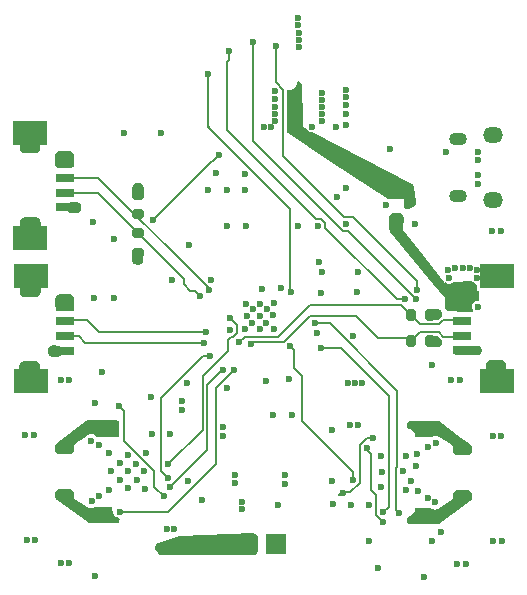
<source format=gbr>
%TF.GenerationSoftware,KiCad,Pcbnew,8.0.2*%
%TF.CreationDate,2024-08-07T22:56:44+12:00*%
%TF.ProjectId,FYP_P2_2,4659505f-5032-45f3-922e-6b696361645f,rev?*%
%TF.SameCoordinates,Original*%
%TF.FileFunction,Copper,L4,Bot*%
%TF.FilePolarity,Positive*%
%FSLAX46Y46*%
G04 Gerber Fmt 4.6, Leading zero omitted, Abs format (unit mm)*
G04 Created by KiCad (PCBNEW 8.0.2) date 2024-08-07 22:56:44*
%MOMM*%
%LPD*%
G01*
G04 APERTURE LIST*
G04 Aperture macros list*
%AMRoundRect*
0 Rectangle with rounded corners*
0 $1 Rounding radius*
0 $2 $3 $4 $5 $6 $7 $8 $9 X,Y pos of 4 corners*
0 Add a 4 corners polygon primitive as box body*
4,1,4,$2,$3,$4,$5,$6,$7,$8,$9,$2,$3,0*
0 Add four circle primitives for the rounded corners*
1,1,$1+$1,$2,$3*
1,1,$1+$1,$4,$5*
1,1,$1+$1,$6,$7*
1,1,$1+$1,$8,$9*
0 Add four rect primitives between the rounded corners*
20,1,$1+$1,$2,$3,$4,$5,0*
20,1,$1+$1,$4,$5,$6,$7,0*
20,1,$1+$1,$6,$7,$8,$9,0*
20,1,$1+$1,$8,$9,$2,$3,0*%
G04 Aperture macros list end*
%TA.AperFunction,ComponentPad*%
%ADD10O,1.700000X1.350000*%
%TD*%
%TA.AperFunction,ComponentPad*%
%ADD11O,1.500000X1.100000*%
%TD*%
%TA.AperFunction,SMDPad,CuDef*%
%ADD12RoundRect,0.200000X-0.275000X0.200000X-0.275000X-0.200000X0.275000X-0.200000X0.275000X0.200000X0*%
%TD*%
%TA.AperFunction,SMDPad,CuDef*%
%ADD13R,1.600000X0.800000*%
%TD*%
%TA.AperFunction,SMDPad,CuDef*%
%ADD14R,3.000000X2.100000*%
%TD*%
%TA.AperFunction,SMDPad,CuDef*%
%ADD15RoundRect,0.200000X-0.200000X-0.275000X0.200000X-0.275000X0.200000X0.275000X-0.200000X0.275000X0*%
%TD*%
%TA.AperFunction,ComponentPad*%
%ADD16R,1.700000X1.700000*%
%TD*%
%TA.AperFunction,ComponentPad*%
%ADD17O,1.700000X1.700000*%
%TD*%
%TA.AperFunction,SMDPad,CuDef*%
%ADD18RoundRect,0.200000X0.275000X-0.200000X0.275000X0.200000X-0.275000X0.200000X-0.275000X-0.200000X0*%
%TD*%
%TA.AperFunction,ViaPad*%
%ADD19C,0.600000*%
%TD*%
%TA.AperFunction,Conductor*%
%ADD20C,0.200000*%
%TD*%
G04 APERTURE END LIST*
D10*
%TO.P,J12,6,Shield*%
%TO.N,GND*%
X139180000Y-84475000D03*
D11*
X136180000Y-84165000D03*
X136180000Y-79325000D03*
D10*
X139180000Y-79015000D03*
%TD*%
D12*
%TO.P,R2,1*%
%TO.N,SCL_PI*%
X109067944Y-87313276D03*
%TO.P,R2,2*%
%TO.N,+3V3*%
X109067944Y-88963276D03*
%TD*%
D13*
%TO.P,J6,1,1*%
%TO.N,+5V*%
X136550000Y-93500000D03*
%TO.P,J6,2,2*%
%TO.N,ENCODER_1A*%
X136550000Y-94750000D03*
%TO.P,J6,3,3*%
%TO.N,ENCODER_1B*%
X136550000Y-96000000D03*
%TO.P,J6,4,4*%
%TO.N,GND*%
X136550000Y-97250000D03*
D14*
%TO.P,J6,S1,SHIELD*%
X139450000Y-90950000D03*
%TO.P,J6,S2,SHIELD__1*%
X139450000Y-99800000D03*
%TD*%
D15*
%TO.P,R7,1*%
%TO.N,ENCODER_1B*%
X132160000Y-96475000D03*
%TO.P,R7,2*%
%TO.N,+3V3*%
X133810000Y-96475000D03*
%TD*%
D13*
%TO.P,J3,1,1*%
%TO.N,+3V3*%
X102860000Y-85150000D03*
%TO.P,J3,2,2*%
%TO.N,SCL_PI*%
X102860000Y-83900000D03*
%TO.P,J3,3,3*%
%TO.N,SDA_PI*%
X102860000Y-82650000D03*
%TO.P,J3,4,4*%
%TO.N,GND*%
X102860000Y-81400000D03*
D14*
%TO.P,J3,S1,SHIELD*%
X99960000Y-87700000D03*
%TO.P,J3,S2,SHIELD__1*%
X99960000Y-78850000D03*
%TD*%
D15*
%TO.P,R6,1*%
%TO.N,ENCODER_1A*%
X132155000Y-94225000D03*
%TO.P,R6,2*%
%TO.N,+3V3*%
X133805000Y-94225000D03*
%TD*%
D16*
%TO.P,J8,1,Pin_1*%
%TO.N,GND*%
X120740000Y-113650000D03*
D17*
%TO.P,J8,2,Pin_2*%
%TO.N,+12V*%
X118200000Y-113650000D03*
%TD*%
D13*
%TO.P,J4,1,1*%
%TO.N,+3V3*%
X102880000Y-97290000D03*
%TO.P,J4,2,2*%
%TO.N,RX1*%
X102880000Y-96040000D03*
%TO.P,J4,3,3*%
%TO.N,TX1*%
X102880000Y-94790000D03*
%TO.P,J4,4,4*%
%TO.N,GND*%
X102880000Y-93540000D03*
D14*
%TO.P,J4,S1,SHIELD*%
X99980000Y-99840000D03*
%TO.P,J4,S2,SHIELD__1*%
X99980000Y-90990000D03*
%TD*%
D18*
%TO.P,R4,1*%
%TO.N,SDA_PI*%
X109082056Y-85726724D03*
%TO.P,R4,2*%
%TO.N,+3V3*%
X109082056Y-84076724D03*
%TD*%
D19*
%TO.N,+3V3*%
X109057944Y-89683276D03*
X105325000Y-92775000D03*
X124375000Y-89750000D03*
X117300000Y-108500000D03*
X126725000Y-83475000D03*
X134510000Y-96500000D03*
X103970000Y-85170000D03*
X124700000Y-76025000D03*
X124250000Y-95750000D03*
X128650000Y-110300000D03*
X125950000Y-84250000D03*
X117300000Y-107825000D03*
X105300000Y-86350000D03*
X124675000Y-77850000D03*
X123850000Y-78300000D03*
X134510000Y-94225000D03*
X124700000Y-75425000D03*
X101775000Y-97325000D03*
X109092056Y-83366724D03*
X124675000Y-76625000D03*
X116600000Y-86700000D03*
X124675000Y-77225000D03*
X137850000Y-93550000D03*
X110275000Y-104325000D03*
X107925000Y-78850000D03*
X124575025Y-92371855D03*
X115275000Y-91275000D03*
X124665000Y-90625000D03*
X111825000Y-104325000D03*
X119900000Y-99825000D03*
X127100000Y-110300000D03*
X116850000Y-95525000D03*
X118218460Y-86697326D03*
X107050000Y-92775000D03*
%TO.N,GND*%
X137900000Y-80450000D03*
X120575000Y-95400000D03*
X115700000Y-82225000D03*
X111000000Y-78850000D03*
X116575000Y-100425000D03*
X113280000Y-108300000D03*
X135950000Y-90300000D03*
X109700000Y-108975000D03*
X102530000Y-99750000D03*
X137900000Y-83120000D03*
X118150000Y-82300000D03*
X120550000Y-94275000D03*
X127750000Y-103600000D03*
X131750000Y-109050000D03*
X120675000Y-75950000D03*
X132725000Y-106000000D03*
X100320000Y-80200000D03*
X135165000Y-80450000D03*
X135425000Y-91100000D03*
X127710000Y-90590000D03*
X120975000Y-110325000D03*
X119375000Y-93300000D03*
X119950000Y-94925000D03*
X118775000Y-94950000D03*
X137875000Y-97250000D03*
X131800000Y-106175000D03*
X125520000Y-104025000D03*
X129700000Y-107575000D03*
X139800000Y-87100000D03*
X118175000Y-95450000D03*
X132650000Y-107050000D03*
X103175000Y-80700000D03*
X126725000Y-86550000D03*
X122675000Y-71600000D03*
X131525000Y-107475000D03*
X139080000Y-87100000D03*
X108225000Y-107500000D03*
X119400000Y-95475000D03*
X120700000Y-77225000D03*
X137800000Y-90475000D03*
X120700000Y-77825000D03*
X99530000Y-98500000D03*
X108900000Y-106850000D03*
X139175000Y-113375000D03*
X108225000Y-108900000D03*
X135350000Y-90475000D03*
X130450000Y-80200000D03*
X136130000Y-115350000D03*
X99600000Y-80200000D03*
X100250000Y-98500000D03*
X139100000Y-104525000D03*
X109775000Y-105925000D03*
X100300000Y-86350000D03*
X106625000Y-109100000D03*
X135600000Y-99750000D03*
X99550000Y-104400000D03*
X122675000Y-71000000D03*
X125825000Y-78325000D03*
X118800000Y-93775000D03*
X132825000Y-109175000D03*
X120650000Y-75300000D03*
X116590000Y-83640000D03*
X125560000Y-110290000D03*
X128680000Y-113370000D03*
X119400000Y-94300000D03*
X106625000Y-105900000D03*
X112780000Y-101560000D03*
X120543094Y-102730692D03*
X107525000Y-108200000D03*
X102530000Y-115250000D03*
X108975000Y-108200000D03*
X112780000Y-102280000D03*
X133980000Y-98480000D03*
X121525000Y-108525000D03*
X108225000Y-106100000D03*
X100370000Y-113275000D03*
X105440000Y-116380000D03*
X105410000Y-101690000D03*
X126650000Y-75800000D03*
X139820000Y-104525000D03*
X136320000Y-99750000D03*
X126660000Y-75190000D03*
X121525000Y-107805000D03*
X99580000Y-86350000D03*
X112150000Y-112390000D03*
X111540000Y-112390000D03*
X125525000Y-108275000D03*
X139005000Y-98450000D03*
X126650000Y-77250000D03*
X137900000Y-82400000D03*
X113241629Y-99997997D03*
X137900000Y-81170000D03*
X124340000Y-86690000D03*
X127300000Y-96030000D03*
X132550000Y-86550000D03*
X127630000Y-92330000D03*
X122650000Y-69725000D03*
X120600000Y-93250000D03*
X139895000Y-113375000D03*
X103200000Y-92825000D03*
X99650000Y-113275000D03*
X119975000Y-93750000D03*
X100270000Y-104400000D03*
X116280000Y-103770000D03*
X122625000Y-69075000D03*
X122590000Y-86680000D03*
X122150000Y-102730692D03*
X129410000Y-115650000D03*
X103250000Y-99750000D03*
X100345000Y-92350000D03*
X130100000Y-84975000D03*
X118300000Y-94325000D03*
X102455000Y-80700000D03*
X106039230Y-99105478D03*
X102480000Y-92825000D03*
X120700000Y-76625000D03*
X122675000Y-70400000D03*
X129650000Y-106175000D03*
X112000000Y-91294841D03*
X109625000Y-107500000D03*
X114470000Y-109940000D03*
X99625000Y-92350000D03*
X136850000Y-115350000D03*
X139725000Y-98450000D03*
X106825000Y-107500000D03*
X107525000Y-106800000D03*
X132200000Y-108300000D03*
X134770000Y-112620000D03*
X103250000Y-115250000D03*
X133280000Y-116460000D03*
X110210000Y-101230000D03*
X127030000Y-103600000D03*
X136575000Y-90300000D03*
X118180000Y-83640000D03*
X119750000Y-78325000D03*
X137800000Y-91100000D03*
X126650000Y-76500000D03*
X114980000Y-83640000D03*
X134000000Y-113370000D03*
X129675000Y-108850000D03*
X113380000Y-88350000D03*
X116280000Y-104490000D03*
X120350000Y-78350000D03*
X126650000Y-78125000D03*
X137200000Y-90275000D03*
X118200000Y-93300000D03*
%TO.N,+1V1*%
X121150000Y-91975000D03*
X119589292Y-92030000D03*
X121900000Y-99675000D03*
%TO.N,+5V*%
X136175000Y-92250000D03*
X122650000Y-76275000D03*
X122650000Y-75575000D03*
X131725000Y-84150000D03*
X131175000Y-83450000D03*
X122650000Y-76975000D03*
X130650000Y-86475000D03*
X122650000Y-77650000D03*
X137650000Y-92625000D03*
X130550000Y-83450000D03*
X135425000Y-91950000D03*
X136875003Y-92250000D03*
X131275000Y-86475000D03*
X135400000Y-92600000D03*
X131853952Y-84800000D03*
%TO.N,+12V*%
X105800000Y-105300000D03*
X105125000Y-104950000D03*
X117900000Y-110650000D03*
X128040000Y-100010000D03*
X133605000Y-109720000D03*
X126840000Y-100010000D03*
X111160000Y-114280000D03*
X105800000Y-109600000D03*
X105150000Y-110000000D03*
X133605000Y-105420000D03*
X134255000Y-110120000D03*
X117900000Y-110050000D03*
X127440000Y-100010000D03*
X112360000Y-114280000D03*
X111760000Y-114280000D03*
X134280000Y-105070000D03*
%TO.N,Motor1B2*%
X132860000Y-104190000D03*
X136880000Y-105710000D03*
X136270000Y-105710000D03*
X132860000Y-103530000D03*
X132250000Y-103530000D03*
%TO.N,INDEX1*%
X127250000Y-108190000D03*
X121938571Y-96902253D03*
%TO.N,Motor1A1*%
X136250000Y-109480000D03*
X132820000Y-111660000D03*
X132210000Y-111660000D03*
X136860000Y-109480000D03*
X132820000Y-110950000D03*
%TO.N,DIR1*%
X124080625Y-94950000D03*
X131150741Y-111008053D03*
%TO.N,/FYP_P2_2_TMC2209/SPREAD *%
X128975000Y-104700000D03*
X126400000Y-109350000D03*
%TO.N,STEP1*%
X129858044Y-110939989D03*
X124550000Y-97083640D03*
%TO.N,MS2B*%
X111622824Y-108057680D03*
X115211918Y-97766223D03*
%TO.N,Motor2A1*%
X102525000Y-105650000D03*
X106625000Y-103450000D03*
X107250000Y-103450000D03*
X103350000Y-105625000D03*
X106625000Y-104075000D03*
%TO.N,MS2A*%
X116300000Y-98900000D03*
X111811686Y-108835070D03*
%TO.N,INDEX2*%
X116906994Y-94521481D03*
X111650000Y-106857680D03*
%TO.N,EN2*%
X107588515Y-110900672D03*
X117240000Y-98920000D03*
%TO.N,Motor2B2*%
X107200000Y-111600000D03*
X106600000Y-111525000D03*
X106600000Y-110900000D03*
X103225000Y-109375000D03*
X102525000Y-109375000D03*
%TO.N,BATT_SENSE_HV*%
X118849998Y-71160000D03*
X132600000Y-92900000D03*
%TO.N,12V_ENABLE*%
X122048446Y-92331693D03*
X115000000Y-73850000D03*
%TO.N,BATT_SENSE_LV*%
X132703472Y-92106717D03*
X120770000Y-71500000D03*
%TO.N,5V_EN*%
X116800000Y-71890000D03*
X131700000Y-92925000D03*
%TO.N,TX1*%
X114850000Y-95730000D03*
%TO.N,RX1*%
X114697555Y-96620000D03*
%TO.N,SCL_PI*%
X114325000Y-92650000D03*
%TO.N,SDA_PI*%
X115067774Y-92120555D03*
%TO.N,ENCODER_1A*%
X117598811Y-96575915D03*
%TO.N,ENCODER_1B*%
X118625000Y-96700000D03*
%TO.N,/~{USB_BOOT}*%
X115925000Y-80675000D03*
X107041050Y-87815000D03*
X110350000Y-86200000D03*
%TO.N,5VOUT_1*%
X128450000Y-105550000D03*
X129809047Y-111738489D03*
%TO.N,5VOUT_2*%
X111250000Y-109610000D03*
X107478530Y-101981471D03*
%TD*%
D20*
%TO.N,INDEX1*%
X121938571Y-96902253D02*
X122250000Y-97213682D01*
X127250000Y-107550000D02*
X127250000Y-108190000D01*
X122970000Y-103270000D02*
X127250000Y-107550000D01*
X122970000Y-99430000D02*
X122970000Y-103270000D01*
X122250000Y-97213682D02*
X122250000Y-98710000D01*
X122250000Y-98710000D02*
X122970000Y-99430000D01*
%TO.N,DIR1*%
X131000000Y-100650000D02*
X125300000Y-94950000D01*
X131150741Y-111008053D02*
X130925000Y-110782312D01*
X131000000Y-107151471D02*
X131000000Y-100650000D01*
X130925000Y-107226471D02*
X131000000Y-107151471D01*
X130925000Y-110782312D02*
X130925000Y-107226471D01*
X125300000Y-94950000D02*
X124080625Y-94950000D01*
%TO.N,/FYP_P2_2_TMC2209/SPREAD *%
X128451471Y-104700000D02*
X128975000Y-104700000D01*
X126525000Y-109225000D02*
X127063529Y-109225000D01*
X127063529Y-109225000D02*
X127850000Y-108438529D01*
X127850000Y-108438529D02*
X127850000Y-105301471D01*
X126100000Y-109475000D02*
X126225000Y-109350000D01*
X126400000Y-109350000D02*
X126525000Y-109225000D01*
X127850000Y-105301471D02*
X128451471Y-104700000D01*
X126225000Y-109350000D02*
X126400000Y-109350000D01*
%TO.N,STEP1*%
X130300000Y-110498033D02*
X130300000Y-101150000D01*
X126233640Y-97083640D02*
X124550000Y-97083640D01*
X130300000Y-101150000D02*
X126233640Y-97083640D01*
X129858044Y-110939989D02*
X130300000Y-110498033D01*
%TO.N,MS2B*%
X115211918Y-97766223D02*
X114583777Y-97766223D01*
X114583777Y-97766223D02*
X111050000Y-101300000D01*
X111050000Y-101300000D02*
X111050000Y-107484856D01*
X111050000Y-107484856D02*
X111622824Y-108057680D01*
%TO.N,MS2A*%
X116300000Y-98900000D02*
X116225000Y-98900000D01*
X114950000Y-100175000D02*
X114950000Y-105700000D01*
X116225000Y-98900000D02*
X114950000Y-100175000D01*
X111814930Y-108835070D02*
X111811686Y-108835070D01*
X114950000Y-105700000D02*
X111814930Y-108835070D01*
%TO.N,INDEX2*%
X116975000Y-96125000D02*
X116718291Y-96381709D01*
X117450000Y-95773529D02*
X117098529Y-96125000D01*
X116718291Y-96381709D02*
X116718291Y-97280003D01*
X114550000Y-103957680D02*
X111650000Y-106857680D01*
X116718291Y-97280003D02*
X114550000Y-99448294D01*
X117098529Y-96125000D02*
X116975000Y-96125000D01*
X117450000Y-95064487D02*
X117450000Y-95773529D01*
X116906994Y-94521481D02*
X117450000Y-95064487D01*
X114550000Y-99448294D02*
X114550000Y-103957680D01*
%TO.N,EN2*%
X115680000Y-106845000D02*
X115680000Y-100420000D01*
X117180000Y-98920000D02*
X117240000Y-98920000D01*
X111624328Y-110900672D02*
X115680000Y-106845000D01*
X115680000Y-100420000D02*
X117180000Y-98920000D01*
X107588515Y-110900672D02*
X111624328Y-110900672D01*
%TO.N,BATT_SENSE_HV*%
X118849998Y-71160000D02*
X118790000Y-71219998D01*
X118790000Y-71219998D02*
X118790000Y-74080000D01*
X118790000Y-74080000D02*
X118860000Y-74150000D01*
X118860000Y-79533529D02*
X126476471Y-87150000D01*
X118860000Y-74150000D02*
X118860000Y-79533529D01*
X126476471Y-87150000D02*
X126850000Y-87150000D01*
X126850000Y-87150000D02*
X132600000Y-92900000D01*
%TO.N,12V_ENABLE*%
X115000000Y-78300000D02*
X115215000Y-78515000D01*
X122048446Y-92331693D02*
X121990000Y-92273247D01*
X115215000Y-78515000D02*
X114975000Y-78275000D01*
X121990000Y-92273247D02*
X121990000Y-85290000D01*
X115000000Y-73850000D02*
X115000000Y-78300000D01*
X122048446Y-92331693D02*
X121900000Y-92183247D01*
X121990000Y-85290000D02*
X115215000Y-78515000D01*
%TO.N,BATT_SENSE_LV*%
X132703472Y-92106717D02*
X132703472Y-91354943D01*
X120770000Y-74551371D02*
X120770000Y-71500000D01*
X121400000Y-75181371D02*
X120770000Y-74551371D01*
X127298529Y-85950000D02*
X126526471Y-85950000D01*
X132703472Y-91354943D02*
X127298529Y-85950000D01*
X121400000Y-80823529D02*
X121400000Y-75181371D01*
X126526471Y-85950000D02*
X121400000Y-80823529D01*
%TO.N,5V_EN*%
X116650000Y-72831371D02*
X116800000Y-72681371D01*
X124940000Y-86441471D02*
X124588529Y-86090000D01*
X116800000Y-72681371D02*
X116800000Y-71890000D01*
X130995000Y-92925000D02*
X124940000Y-86870000D01*
X131700000Y-92925000D02*
X130995000Y-92925000D01*
X124160000Y-86090000D02*
X116650000Y-78580000D01*
X116650000Y-78580000D02*
X116650000Y-72831371D01*
X124588529Y-86090000D02*
X124160000Y-86090000D01*
X124940000Y-86870000D02*
X124940000Y-86441471D01*
%TO.N,TX1*%
X102970000Y-94690000D02*
X102850000Y-94570000D01*
X105800000Y-95730000D02*
X104760000Y-94690000D01*
X114850000Y-95730000D02*
X105800000Y-95730000D01*
X104760000Y-94690000D02*
X102970000Y-94690000D01*
%TO.N,RX1*%
X104050000Y-96040000D02*
X103070000Y-96040000D01*
X103070000Y-96040000D02*
X102850000Y-95820000D01*
X104600000Y-96590000D02*
X104050000Y-96040000D01*
X114697555Y-96620000D02*
X114667555Y-96590000D01*
X114667555Y-96590000D02*
X104600000Y-96590000D01*
%TO.N,SCL_PI*%
X112947249Y-91649868D02*
X112947249Y-91192581D01*
X114325000Y-92650000D02*
X113900000Y-92225000D01*
X105660000Y-83900000D02*
X105510000Y-83900000D01*
X113522381Y-92225000D02*
X112947249Y-91649868D01*
X112947249Y-91192581D02*
X109067944Y-87313276D01*
X109067944Y-87313276D02*
X105654668Y-83900000D01*
X105654668Y-83900000D02*
X105510000Y-83900000D01*
X105510000Y-83900000D02*
X102860000Y-83900000D01*
X113900000Y-92225000D02*
X113522381Y-92225000D01*
%TO.N,SDA_PI*%
X115067774Y-92120555D02*
X115067774Y-91992774D01*
X105725000Y-82650000D02*
X102860000Y-82650000D01*
X115067774Y-91992774D02*
X105725000Y-82650000D01*
%TO.N,ENCODER_1A*%
X123650000Y-93400000D02*
X131330000Y-93400000D01*
X136475000Y-94675000D02*
X136550000Y-94750000D01*
X132930000Y-95000000D02*
X134583529Y-95000000D01*
X131330000Y-93400000D02*
X132155000Y-94225000D01*
X120975000Y-96075000D02*
X123650000Y-93400000D01*
X132155000Y-94225000D02*
X132930000Y-95000000D01*
X134583529Y-95000000D02*
X134908529Y-94675000D01*
X134908529Y-94675000D02*
X136475000Y-94675000D01*
X118099726Y-96075000D02*
X120975000Y-96075000D01*
X117598811Y-96575915D02*
X118099726Y-96075000D01*
%TO.N,ENCODER_1B*%
X132935000Y-95700000D02*
X134558529Y-95700000D01*
X134933529Y-96075000D02*
X136475000Y-96075000D01*
X132160000Y-96475000D02*
X132935000Y-95700000D01*
X127525000Y-94350000D02*
X129400000Y-96225000D01*
X129400000Y-96225000D02*
X131910000Y-96225000D01*
X131910000Y-96225000D02*
X132160000Y-96475000D01*
X136475000Y-96075000D02*
X136550000Y-96000000D01*
X118800000Y-96525000D02*
X121467295Y-96525000D01*
X118625000Y-96700000D02*
X118800000Y-96525000D01*
X123642295Y-94350000D02*
X127525000Y-94350000D01*
X134558529Y-95700000D02*
X134933529Y-96075000D01*
X121467295Y-96525000D02*
X123642295Y-94350000D01*
%TO.N,/~{USB_BOOT}*%
X115375000Y-81175000D02*
X110350000Y-86200000D01*
X115425000Y-81175000D02*
X115375000Y-81175000D01*
X115925000Y-80675000D02*
X115425000Y-81175000D01*
%TO.N,5VOUT_1*%
X128850000Y-106048529D02*
X128450000Y-105648529D01*
X128450000Y-105648529D02*
X128450000Y-105550000D01*
X129809047Y-111738489D02*
X129808015Y-111738489D01*
X129250000Y-111180474D02*
X129250000Y-109473529D01*
X128850000Y-109073529D02*
X128850000Y-106048529D01*
X129250000Y-109473529D02*
X128850000Y-109073529D01*
X129808015Y-111738489D02*
X129250000Y-111180474D01*
%TO.N,5VOUT_2*%
X110425000Y-108785000D02*
X111250000Y-109610000D01*
X110425000Y-107437500D02*
X110425000Y-108785000D01*
X107875000Y-102377941D02*
X107875000Y-104887500D01*
X107875000Y-104887500D02*
X110425000Y-107437500D01*
X107478530Y-101981471D02*
X107875000Y-102377941D01*
%TD*%
%TA.AperFunction,Conductor*%
%TO.N,GND*%
G36*
X99928340Y-79087358D02*
G01*
X100413244Y-79091490D01*
X100427238Y-79092720D01*
X100530610Y-79110122D01*
X100557191Y-79119080D01*
X100643674Y-79164465D01*
X100666148Y-79181251D01*
X100734212Y-79251303D01*
X100750343Y-79274250D01*
X100793220Y-79362005D01*
X100801409Y-79388833D01*
X100815827Y-79492650D01*
X100816655Y-79506697D01*
X100803084Y-80176193D01*
X100801738Y-80189914D01*
X100783820Y-80291060D01*
X100774903Y-80317060D01*
X100730239Y-80401729D01*
X100713811Y-80423772D01*
X100645446Y-80490764D01*
X100623078Y-80506739D01*
X100537521Y-80549680D01*
X100511343Y-80558069D01*
X100430269Y-80570741D01*
X100409857Y-80573932D01*
X100396115Y-80575000D01*
X99479310Y-80575000D01*
X99465446Y-80573914D01*
X99363099Y-80557774D01*
X99336717Y-80549240D01*
X99250602Y-80505579D01*
X99228128Y-80489343D01*
X99159627Y-80421299D01*
X99143244Y-80398937D01*
X99099008Y-80313115D01*
X99090299Y-80286795D01*
X99073473Y-80184553D01*
X99072295Y-80170699D01*
X99067854Y-79506697D01*
X99067764Y-79493189D01*
X99068787Y-79479130D01*
X99084683Y-79375297D01*
X99093269Y-79348537D01*
X99137527Y-79261216D01*
X99154028Y-79238477D01*
X99223312Y-79169320D01*
X99246085Y-79152858D01*
X99333481Y-79108762D01*
X99360258Y-79100224D01*
X99464125Y-79084518D01*
X99478185Y-79083521D01*
X99928340Y-79087358D01*
G37*
%TD.AperFunction*%
%TD*%
%TA.AperFunction,Conductor*%
%TO.N,+12V*%
G36*
X118853071Y-112738970D02*
G01*
X118960795Y-112753480D01*
X118988588Y-112762018D01*
X119079221Y-112807171D01*
X119102787Y-112824223D01*
X119174014Y-112896184D01*
X119190824Y-112919924D01*
X119235045Y-113011012D01*
X119243302Y-113038905D01*
X119256705Y-113146751D01*
X119257310Y-113161322D01*
X119243526Y-113501336D01*
X119215787Y-114185564D01*
X119214204Y-114199045D01*
X119194770Y-114298363D01*
X119185588Y-114323835D01*
X119140482Y-114406656D01*
X119124064Y-114428189D01*
X119056139Y-114493615D01*
X119034004Y-114509215D01*
X118949553Y-114551182D01*
X118923752Y-114559404D01*
X118823778Y-114575102D01*
X118810241Y-114576179D01*
X111144944Y-114599379D01*
X111131352Y-114598376D01*
X111030933Y-114583172D01*
X111004997Y-114575048D01*
X110920054Y-114533297D01*
X110897778Y-114517724D01*
X110824396Y-114447498D01*
X110815300Y-114437348D01*
X110808278Y-114428189D01*
X110599326Y-114155643D01*
X110591625Y-114143740D01*
X110541598Y-114050960D01*
X110532302Y-114024248D01*
X110515171Y-113927555D01*
X110514726Y-113899285D01*
X110528800Y-113802094D01*
X110537246Y-113775113D01*
X110581108Y-113687243D01*
X110597593Y-113664276D01*
X110666803Y-113594612D01*
X110689671Y-113577971D01*
X110783671Y-113530280D01*
X110796783Y-113524893D01*
X112613451Y-112943110D01*
X112619383Y-112941436D01*
X112664619Y-112930366D01*
X112676859Y-112928263D01*
X112723198Y-112923605D01*
X112729375Y-112923202D01*
X118838519Y-112738216D01*
X118853071Y-112738970D01*
G37*
%TD.AperFunction*%
%TD*%
%TA.AperFunction,Conductor*%
%TO.N,GND*%
G36*
X100384553Y-98126086D02*
G01*
X100400691Y-98128630D01*
X100486902Y-98142226D01*
X100513282Y-98150759D01*
X100599397Y-98194420D01*
X100621870Y-98210655D01*
X100690371Y-98278699D01*
X100706755Y-98301062D01*
X100750991Y-98386884D01*
X100759701Y-98413208D01*
X100776525Y-98515443D01*
X100777704Y-98529300D01*
X100782235Y-99206806D01*
X100781212Y-99220869D01*
X100765316Y-99324702D01*
X100756726Y-99351470D01*
X100712476Y-99438775D01*
X100695967Y-99461527D01*
X100626692Y-99530675D01*
X100603908Y-99547144D01*
X100516522Y-99591235D01*
X100489737Y-99599776D01*
X100385874Y-99615481D01*
X100371813Y-99616477D01*
X99921659Y-99612641D01*
X99516790Y-99609191D01*
X99436765Y-99608509D01*
X99422749Y-99607277D01*
X99402085Y-99603798D01*
X99319390Y-99589877D01*
X99292808Y-99580919D01*
X99206325Y-99535534D01*
X99183850Y-99518747D01*
X99115786Y-99448695D01*
X99099656Y-99425749D01*
X99056779Y-99337994D01*
X99048590Y-99311166D01*
X99034171Y-99207336D01*
X99033344Y-99193314D01*
X99046916Y-98523794D01*
X99048259Y-98510099D01*
X99066180Y-98408935D01*
X99075096Y-98382939D01*
X99119761Y-98298267D01*
X99136181Y-98276236D01*
X99204558Y-98209230D01*
X99226921Y-98193260D01*
X99312478Y-98150319D01*
X99338655Y-98141930D01*
X99440141Y-98126067D01*
X99453885Y-98125000D01*
X100370690Y-98125000D01*
X100384553Y-98126086D01*
G37*
%TD.AperFunction*%
%TD*%
%TA.AperFunction,Conductor*%
%TO.N,GND*%
G36*
X100434553Y-85976086D02*
G01*
X100450691Y-85978630D01*
X100536902Y-85992226D01*
X100563282Y-86000759D01*
X100649397Y-86044420D01*
X100671870Y-86060655D01*
X100740371Y-86128699D01*
X100756755Y-86151062D01*
X100800991Y-86236884D01*
X100809701Y-86263208D01*
X100826525Y-86365443D01*
X100827704Y-86379300D01*
X100832235Y-87056806D01*
X100831212Y-87070869D01*
X100815316Y-87174702D01*
X100806726Y-87201470D01*
X100762476Y-87288775D01*
X100745967Y-87311527D01*
X100676692Y-87380675D01*
X100653908Y-87397144D01*
X100566522Y-87441235D01*
X100539737Y-87449776D01*
X100435874Y-87465481D01*
X100421813Y-87466477D01*
X99971659Y-87462641D01*
X99566790Y-87459191D01*
X99486765Y-87458509D01*
X99472749Y-87457277D01*
X99452085Y-87453798D01*
X99369390Y-87439877D01*
X99342808Y-87430919D01*
X99256325Y-87385534D01*
X99233850Y-87368747D01*
X99165786Y-87298695D01*
X99149656Y-87275749D01*
X99106779Y-87187994D01*
X99098590Y-87161166D01*
X99084171Y-87057336D01*
X99083344Y-87043314D01*
X99096916Y-86373794D01*
X99098259Y-86360099D01*
X99116180Y-86258935D01*
X99125096Y-86232939D01*
X99169761Y-86148267D01*
X99186181Y-86126236D01*
X99254558Y-86059230D01*
X99276921Y-86043260D01*
X99362478Y-86000319D01*
X99388655Y-85991930D01*
X99490141Y-85976067D01*
X99503885Y-85975000D01*
X100420690Y-85975000D01*
X100434553Y-85976086D01*
G37*
%TD.AperFunction*%
%TD*%
%TA.AperFunction,Conductor*%
%TO.N,GND*%
G36*
X103256920Y-80351096D02*
G01*
X103359689Y-80367372D01*
X103386161Y-80375973D01*
X103472554Y-80419993D01*
X103495078Y-80436357D01*
X103563642Y-80504921D01*
X103580006Y-80527446D01*
X103624024Y-80613834D01*
X103632628Y-80640315D01*
X103648904Y-80743079D01*
X103650000Y-80757001D01*
X103650000Y-81394255D01*
X103648909Y-81408150D01*
X103632696Y-81510723D01*
X103624124Y-81537160D01*
X103580275Y-81623416D01*
X103563969Y-81645918D01*
X103495652Y-81714449D01*
X103473199Y-81730826D01*
X103387076Y-81774945D01*
X103360668Y-81783599D01*
X103258152Y-81800132D01*
X103244260Y-81801267D01*
X102465293Y-81803701D01*
X102451191Y-81802621D01*
X102347096Y-81786251D01*
X102320288Y-81777512D01*
X102232927Y-81732673D01*
X102210198Y-81715985D01*
X102208683Y-81714449D01*
X102141256Y-81646066D01*
X102124888Y-81623102D01*
X102082291Y-81537160D01*
X102081282Y-81535124D01*
X102072922Y-81508199D01*
X102058015Y-81403869D01*
X102057134Y-81389771D01*
X102068126Y-80750043D01*
X102069431Y-80736318D01*
X102087106Y-80634900D01*
X102095974Y-80608834D01*
X102140543Y-80523906D01*
X102156960Y-80501792D01*
X102223529Y-80436357D01*
X102225363Y-80434554D01*
X102247752Y-80418521D01*
X102333440Y-80375416D01*
X102359655Y-80366998D01*
X102439714Y-80354459D01*
X102461343Y-80351072D01*
X102475114Y-80350000D01*
X103242998Y-80350000D01*
X103256920Y-80351096D01*
G37*
%TD.AperFunction*%
%TD*%
%TA.AperFunction,Conductor*%
%TO.N,GND*%
G36*
X103281920Y-92476096D02*
G01*
X103384689Y-92492372D01*
X103411161Y-92500973D01*
X103497554Y-92544993D01*
X103520078Y-92561357D01*
X103588642Y-92629921D01*
X103605006Y-92652446D01*
X103649024Y-92738834D01*
X103657628Y-92765315D01*
X103673904Y-92868079D01*
X103675000Y-92882001D01*
X103675000Y-93519255D01*
X103673909Y-93533150D01*
X103657696Y-93635723D01*
X103649124Y-93662160D01*
X103605275Y-93748416D01*
X103588969Y-93770918D01*
X103520652Y-93839449D01*
X103498199Y-93855826D01*
X103412076Y-93899945D01*
X103385668Y-93908599D01*
X103283152Y-93925132D01*
X103269260Y-93926267D01*
X102490293Y-93928701D01*
X102476191Y-93927621D01*
X102372096Y-93911251D01*
X102345288Y-93902512D01*
X102257927Y-93857673D01*
X102235198Y-93840985D01*
X102233683Y-93839449D01*
X102166256Y-93771066D01*
X102149888Y-93748102D01*
X102107291Y-93662160D01*
X102106282Y-93660124D01*
X102097922Y-93633199D01*
X102083015Y-93528869D01*
X102082134Y-93514771D01*
X102093126Y-92875043D01*
X102094431Y-92861318D01*
X102112106Y-92759900D01*
X102120974Y-92733834D01*
X102165543Y-92648906D01*
X102181960Y-92626792D01*
X102248529Y-92561357D01*
X102250363Y-92559554D01*
X102272752Y-92543521D01*
X102358440Y-92500416D01*
X102384655Y-92491998D01*
X102464714Y-92479459D01*
X102486343Y-92476072D01*
X102500114Y-92475000D01*
X103267998Y-92475000D01*
X103281920Y-92476096D01*
G37*
%TD.AperFunction*%
%TD*%
%TA.AperFunction,Conductor*%
%TO.N,GND*%
G36*
X99953340Y-91237358D02*
G01*
X100438244Y-91241490D01*
X100452238Y-91242720D01*
X100555610Y-91260122D01*
X100582191Y-91269080D01*
X100668674Y-91314465D01*
X100691148Y-91331251D01*
X100759212Y-91401303D01*
X100775343Y-91424250D01*
X100818220Y-91512005D01*
X100826409Y-91538833D01*
X100840827Y-91642650D01*
X100841655Y-91656697D01*
X100828084Y-92326193D01*
X100826738Y-92339914D01*
X100808820Y-92441060D01*
X100799903Y-92467060D01*
X100755239Y-92551729D01*
X100738811Y-92573772D01*
X100670446Y-92640764D01*
X100648078Y-92656739D01*
X100562521Y-92699680D01*
X100536343Y-92708069D01*
X100455269Y-92720741D01*
X100434857Y-92723932D01*
X100421115Y-92725000D01*
X99504310Y-92725000D01*
X99490446Y-92723914D01*
X99388099Y-92707774D01*
X99361717Y-92699240D01*
X99275602Y-92655579D01*
X99253128Y-92639343D01*
X99184627Y-92571299D01*
X99168244Y-92548937D01*
X99124008Y-92463115D01*
X99115299Y-92436795D01*
X99098473Y-92334553D01*
X99097295Y-92320699D01*
X99092854Y-91656697D01*
X99092764Y-91643189D01*
X99093787Y-91629130D01*
X99109683Y-91525297D01*
X99118269Y-91498537D01*
X99162527Y-91411216D01*
X99179028Y-91388477D01*
X99248312Y-91319320D01*
X99271085Y-91302858D01*
X99358481Y-91258762D01*
X99385258Y-91250224D01*
X99489125Y-91234518D01*
X99503185Y-91233521D01*
X99953340Y-91237358D01*
G37*
%TD.AperFunction*%
%TD*%
%TA.AperFunction,Conductor*%
%TO.N,GND*%
G36*
X139859553Y-98076086D02*
G01*
X139875691Y-98078630D01*
X139961902Y-98092226D01*
X139988282Y-98100759D01*
X140074397Y-98144420D01*
X140096870Y-98160655D01*
X140165371Y-98228699D01*
X140181755Y-98251062D01*
X140225991Y-98336884D01*
X140234701Y-98363208D01*
X140251525Y-98465443D01*
X140252704Y-98479300D01*
X140257235Y-99156806D01*
X140256212Y-99170869D01*
X140240316Y-99274702D01*
X140231726Y-99301470D01*
X140187476Y-99388775D01*
X140170967Y-99411527D01*
X140101692Y-99480675D01*
X140078908Y-99497144D01*
X139991522Y-99541235D01*
X139964737Y-99549776D01*
X139860874Y-99565481D01*
X139846813Y-99566477D01*
X139396659Y-99562641D01*
X138991790Y-99559191D01*
X138911765Y-99558509D01*
X138897749Y-99557277D01*
X138877085Y-99553798D01*
X138794390Y-99539877D01*
X138767808Y-99530919D01*
X138681325Y-99485534D01*
X138658850Y-99468747D01*
X138590786Y-99398695D01*
X138574656Y-99375749D01*
X138531779Y-99287994D01*
X138523590Y-99261166D01*
X138509171Y-99157336D01*
X138508344Y-99143314D01*
X138521916Y-98473794D01*
X138523259Y-98460099D01*
X138541180Y-98358935D01*
X138550096Y-98332939D01*
X138594761Y-98248267D01*
X138611181Y-98226236D01*
X138679558Y-98159230D01*
X138701921Y-98143260D01*
X138787478Y-98100319D01*
X138813655Y-98091930D01*
X138915141Y-98076067D01*
X138928885Y-98075000D01*
X139845690Y-98075000D01*
X139859553Y-98076086D01*
G37*
%TD.AperFunction*%
%TD*%
%TA.AperFunction,Conductor*%
%TO.N,+5V*%
G36*
X137426877Y-91435461D02*
G01*
X137437165Y-91445552D01*
X137465107Y-91477798D01*
X137468872Y-91482143D01*
X137589947Y-91559953D01*
X137589949Y-91559953D01*
X137589950Y-91559954D01*
X137685573Y-91588031D01*
X137734598Y-91624126D01*
X137749500Y-91673426D01*
X137749500Y-92019752D01*
X137761132Y-92078231D01*
X137805445Y-92144548D01*
X137805448Y-92144552D01*
X137805451Y-92144554D01*
X137871768Y-92188867D01*
X137884392Y-92191378D01*
X137936438Y-92222960D01*
X137956015Y-92277104D01*
X137968000Y-92958936D01*
X137948187Y-93016501D01*
X137896007Y-93047863D01*
X137879014Y-93049500D01*
X137778037Y-93049500D01*
X137639950Y-93090045D01*
X137518871Y-93167857D01*
X137424623Y-93276625D01*
X137424621Y-93276628D01*
X137364834Y-93407543D01*
X137344353Y-93549999D01*
X137344353Y-93550000D01*
X137364834Y-93692456D01*
X137424621Y-93823371D01*
X137428064Y-93828727D01*
X137425687Y-93830254D01*
X137443550Y-93877019D01*
X137423634Y-93934548D01*
X137371398Y-93965817D01*
X137353794Y-93967421D01*
X137314365Y-93967081D01*
X136739490Y-93962125D01*
X135481463Y-93951280D01*
X135467811Y-93950106D01*
X135433234Y-93944424D01*
X135366978Y-93933537D01*
X135340997Y-93925011D01*
X135256152Y-93881771D01*
X135233986Y-93865759D01*
X135166271Y-93798798D01*
X135150014Y-93776813D01*
X135105829Y-93692458D01*
X135097012Y-93666573D01*
X135079316Y-93565919D01*
X135077991Y-93552290D01*
X135066055Y-92949556D01*
X135063306Y-92810770D01*
X135075000Y-92825000D01*
X137600000Y-92850000D01*
X137550000Y-91725000D01*
X135200000Y-91675000D01*
X135036696Y-91466955D01*
X135036437Y-91453869D01*
X135089677Y-91477798D01*
X135093368Y-91481707D01*
X135093868Y-91482140D01*
X135093870Y-91482141D01*
X135093872Y-91482143D01*
X135214947Y-91559953D01*
X135353039Y-91600500D01*
X135353042Y-91600500D01*
X135496958Y-91600500D01*
X135496961Y-91600500D01*
X135635053Y-91559953D01*
X135756128Y-91482143D01*
X135783301Y-91450782D01*
X135836498Y-91421182D01*
X135850239Y-91420066D01*
X137369599Y-91414836D01*
X137426877Y-91435461D01*
G37*
%TD.AperFunction*%
%TD*%
%TA.AperFunction,Conductor*%
%TO.N,GND*%
G36*
X137804361Y-96846948D02*
G01*
X137905970Y-96863174D01*
X137932959Y-96872080D01*
X138017832Y-96916171D01*
X138040640Y-96933136D01*
X138107279Y-97001736D01*
X138123576Y-97025028D01*
X138165185Y-97111139D01*
X138173307Y-97138381D01*
X138186578Y-97240411D01*
X138187278Y-97254658D01*
X138187250Y-97255558D01*
X138185774Y-97269164D01*
X138167006Y-97369438D01*
X138157928Y-97395183D01*
X138112937Y-97478933D01*
X138096482Y-97500716D01*
X138028225Y-97566886D01*
X138005942Y-97582657D01*
X137920835Y-97625027D01*
X137894820Y-97633301D01*
X137794015Y-97648947D01*
X137780365Y-97650000D01*
X136157002Y-97650000D01*
X136143080Y-97648904D01*
X136040315Y-97632628D01*
X136013834Y-97624024D01*
X135927446Y-97580006D01*
X135904921Y-97563642D01*
X135836357Y-97495078D01*
X135819993Y-97472554D01*
X135775973Y-97386161D01*
X135767372Y-97359689D01*
X135752138Y-97263505D01*
X135752136Y-97235680D01*
X135767328Y-97139630D01*
X135775906Y-97113192D01*
X135819819Y-97026877D01*
X135836141Y-97004374D01*
X135904548Y-96935827D01*
X135927020Y-96919458D01*
X136013238Y-96875372D01*
X136039671Y-96866737D01*
X136142277Y-96850292D01*
X136156170Y-96849170D01*
X137230561Y-96846978D01*
X137790159Y-96845836D01*
X137804361Y-96846948D01*
G37*
%TD.AperFunction*%
%TD*%
%TA.AperFunction,Conductor*%
%TO.N,+3V3*%
G36*
X109154065Y-83055681D02*
G01*
X109167939Y-83056920D01*
X109270371Y-83074235D01*
X109296721Y-83083093D01*
X109382533Y-83127888D01*
X109404862Y-83144440D01*
X109472672Y-83213531D01*
X109488804Y-83236166D01*
X109531986Y-83322798D01*
X109540350Y-83349310D01*
X109555746Y-83452043D01*
X109556726Y-83465952D01*
X109553290Y-83892008D01*
X109552079Y-83905943D01*
X109534922Y-84008733D01*
X109526077Y-84035181D01*
X109481233Y-84121310D01*
X109464636Y-84143724D01*
X109395335Y-84211747D01*
X109372618Y-84227923D01*
X109285673Y-84271157D01*
X109259065Y-84279509D01*
X109155974Y-84294753D01*
X109142018Y-84295705D01*
X109009251Y-84294307D01*
X108995302Y-84293057D01*
X108892351Y-84275580D01*
X108865882Y-84266637D01*
X108779734Y-84221409D01*
X108757339Y-84204698D01*
X108724357Y-84170826D01*
X108689461Y-84134988D01*
X108673353Y-84112156D01*
X108630438Y-84024833D01*
X108622204Y-83998136D01*
X108607477Y-83894759D01*
X108606600Y-83880776D01*
X108613292Y-83465952D01*
X108613472Y-83454736D01*
X108614782Y-83440892D01*
X108632598Y-83338732D01*
X108641566Y-83312480D01*
X108686679Y-83227024D01*
X108703291Y-83204817D01*
X108772528Y-83137408D01*
X108795184Y-83121389D01*
X108881806Y-83078584D01*
X108908293Y-83070320D01*
X109010888Y-83055245D01*
X109024765Y-83054306D01*
X109154065Y-83055681D01*
G37*
%TD.AperFunction*%
%TD*%
%TA.AperFunction,Conductor*%
%TO.N,+5V*%
G36*
X122654617Y-74466786D02*
G01*
X122680777Y-74475151D01*
X122766235Y-74517962D01*
X122788578Y-74533887D01*
X122856927Y-74600700D01*
X122873358Y-74622680D01*
X122918097Y-74707139D01*
X122927051Y-74733081D01*
X122945163Y-74834027D01*
X122946539Y-74847723D01*
X123010342Y-77655077D01*
X123025000Y-78300000D01*
X123234278Y-78409357D01*
X123234280Y-78409359D01*
X123357039Y-78473506D01*
X123358845Y-78474450D01*
X123398584Y-78516357D01*
X123424623Y-78573373D01*
X123424623Y-78573374D01*
X123474546Y-78630988D01*
X123518872Y-78682143D01*
X123639947Y-78759953D01*
X123778039Y-78800500D01*
X123778042Y-78800500D01*
X123921959Y-78800500D01*
X123921961Y-78800500D01*
X123926452Y-78799181D01*
X123987209Y-78803038D01*
X123992743Y-78805691D01*
X132254771Y-83122984D01*
X132267033Y-83130724D01*
X132353349Y-83195612D01*
X132373323Y-83216498D01*
X132430133Y-83299542D01*
X132442361Y-83325729D01*
X132471555Y-83429692D01*
X132474325Y-83443926D01*
X132615862Y-84717766D01*
X132616290Y-84732129D01*
X132610836Y-84839014D01*
X132604791Y-84867017D01*
X132568332Y-84959839D01*
X132553704Y-84984469D01*
X132489646Y-85060901D01*
X132467950Y-85079610D01*
X132376701Y-85135549D01*
X132363884Y-85142046D01*
X132031810Y-85277895D01*
X132017622Y-85282356D01*
X131933429Y-85301272D01*
X131903826Y-85302863D01*
X131825601Y-85293934D01*
X131797120Y-85285714D01*
X131726173Y-85251593D01*
X131701970Y-85234475D01*
X131646160Y-85178940D01*
X131628926Y-85154827D01*
X131594450Y-85084040D01*
X131586091Y-85055604D01*
X131575881Y-84969901D01*
X131575363Y-84955051D01*
X131579131Y-84877809D01*
X131600000Y-84450000D01*
X130689633Y-84467850D01*
X130511601Y-84471340D01*
X130455243Y-84472446D01*
X130441940Y-84471709D01*
X130343478Y-84458813D01*
X130317942Y-84451468D01*
X130227678Y-84410081D01*
X130216017Y-84403638D01*
X125415672Y-81260399D01*
X121740744Y-78854076D01*
X121704291Y-78805318D01*
X121700500Y-78779619D01*
X121700500Y-75289500D01*
X121721322Y-75232292D01*
X121774045Y-75201852D01*
X121789500Y-75200500D01*
X121918989Y-75200500D01*
X121918993Y-75200500D01*
X122054328Y-75173580D01*
X122181811Y-75120775D01*
X122296542Y-75044114D01*
X122394114Y-74946542D01*
X122470775Y-74831811D01*
X122523580Y-74704328D01*
X122550500Y-74568993D01*
X122550500Y-74554505D01*
X122571322Y-74497297D01*
X122624045Y-74466857D01*
X122653196Y-74466565D01*
X122654617Y-74466786D01*
G37*
%TD.AperFunction*%
%TD*%
%TA.AperFunction,Conductor*%
%TO.N,Motor1A1*%
G36*
X136955543Y-109064470D02*
G01*
X137067678Y-109082230D01*
X137082259Y-109086968D01*
X137179936Y-109136737D01*
X137192338Y-109145748D01*
X137269854Y-109223264D01*
X137278865Y-109235666D01*
X137328634Y-109333343D01*
X137333372Y-109347923D01*
X137351133Y-109460058D01*
X137351736Y-109467724D01*
X137351736Y-109656190D01*
X137351133Y-109663856D01*
X137333370Y-109775996D01*
X137328632Y-109790576D01*
X137278861Y-109888255D01*
X137269849Y-109900658D01*
X137189568Y-109980934D01*
X137183721Y-109985928D01*
X134534997Y-111910215D01*
X134528441Y-111914232D01*
X134427291Y-111965767D01*
X134412712Y-111970504D01*
X134300582Y-111988264D01*
X134292917Y-111988867D01*
X132218121Y-111988867D01*
X132210456Y-111988264D01*
X132197006Y-111986133D01*
X132117633Y-111973562D01*
X132103053Y-111968824D01*
X132022798Y-111927932D01*
X132010396Y-111918921D01*
X131946708Y-111855233D01*
X131937697Y-111842831D01*
X131896805Y-111762576D01*
X131892067Y-111747995D01*
X131877366Y-111655174D01*
X131876763Y-111647509D01*
X131876763Y-111495316D01*
X131878433Y-111482634D01*
X131896811Y-111414046D01*
X131909490Y-111392085D01*
X131954981Y-111346594D01*
X131976942Y-111333915D01*
X132049539Y-111314462D01*
X132052268Y-111313867D01*
X132226763Y-111313867D01*
X132526763Y-110838867D01*
X132526763Y-110707816D01*
X132528433Y-110695134D01*
X132541787Y-110645296D01*
X132554466Y-110623335D01*
X132586231Y-110591570D01*
X132608192Y-110578891D01*
X132658031Y-110565537D01*
X132670713Y-110563867D01*
X133830396Y-110563867D01*
X133860225Y-110573993D01*
X133867755Y-110579771D01*
X133952159Y-110644536D01*
X133952161Y-110644536D01*
X133952163Y-110644538D01*
X134074313Y-110695134D01*
X134098238Y-110705044D01*
X134255000Y-110725682D01*
X134411762Y-110705044D01*
X134557841Y-110644536D01*
X134683282Y-110548282D01*
X134706961Y-110517422D01*
X134722341Y-110504424D01*
X134722322Y-110504393D01*
X134722412Y-110504336D01*
X135751763Y-109863867D01*
X135751763Y-109467724D01*
X135752366Y-109460059D01*
X135770126Y-109347924D01*
X135774864Y-109333343D01*
X135824635Y-109235663D01*
X135833641Y-109223267D01*
X135911163Y-109145745D01*
X135923559Y-109136739D01*
X136021241Y-109086967D01*
X136035818Y-109082230D01*
X136147956Y-109064470D01*
X136155621Y-109063867D01*
X136947878Y-109063867D01*
X136955543Y-109064470D01*
G37*
%TD.AperFunction*%
%TD*%
%TA.AperFunction,Conductor*%
%TO.N,Motor2B2*%
G36*
X103253807Y-108975603D02*
G01*
X103365942Y-108993363D01*
X103380523Y-108998101D01*
X103478200Y-109047870D01*
X103490602Y-109056881D01*
X103568118Y-109134397D01*
X103577129Y-109146799D01*
X103626898Y-109244476D01*
X103631636Y-109259056D01*
X103649397Y-109371191D01*
X103650000Y-109378857D01*
X103650000Y-109775000D01*
X103838682Y-109892399D01*
X103838683Y-109892400D01*
X104677986Y-110414621D01*
X104677991Y-110414623D01*
X104775027Y-110475000D01*
X104782602Y-110475000D01*
X104847155Y-110524533D01*
X104847160Y-110524537D01*
X104924160Y-110556431D01*
X104993238Y-110585044D01*
X105150000Y-110605682D01*
X105306762Y-110585044D01*
X105452841Y-110524536D01*
X105504201Y-110485125D01*
X105534030Y-110475000D01*
X106237514Y-110475000D01*
X106731050Y-110475000D01*
X106743732Y-110476670D01*
X106793568Y-110490023D01*
X106815533Y-110502705D01*
X106847294Y-110534466D01*
X106859976Y-110556431D01*
X106873330Y-110606266D01*
X106875000Y-110618949D01*
X106875000Y-110750000D01*
X106936801Y-110847852D01*
X106936805Y-110847860D01*
X106936807Y-110847863D01*
X106980422Y-110916919D01*
X106987574Y-110936689D01*
X107003470Y-111057433D01*
X107063976Y-111203508D01*
X107063979Y-111203513D01*
X107117972Y-111273879D01*
X107160233Y-111328954D01*
X107285674Y-111425208D01*
X107285676Y-111425208D01*
X107285678Y-111425210D01*
X107431753Y-111485716D01*
X107482395Y-111492383D01*
X107514874Y-111511134D01*
X107525000Y-111540964D01*
X107525000Y-111558642D01*
X107524397Y-111566308D01*
X107509695Y-111659129D01*
X107504957Y-111673709D01*
X107464065Y-111753964D01*
X107455054Y-111766366D01*
X107391366Y-111830054D01*
X107378964Y-111839065D01*
X107298709Y-111879957D01*
X107284129Y-111884695D01*
X107202499Y-111897624D01*
X107191306Y-111899397D01*
X107183642Y-111900000D01*
X105108846Y-111900000D01*
X105101181Y-111899397D01*
X104989050Y-111881637D01*
X104974471Y-111876900D01*
X104873321Y-111825365D01*
X104866765Y-111821348D01*
X102218041Y-109897061D01*
X102212194Y-109892067D01*
X102131913Y-109811791D01*
X102122902Y-109799390D01*
X102073130Y-109701709D01*
X102068392Y-109687129D01*
X102050630Y-109574989D01*
X102050027Y-109567323D01*
X102050027Y-109378857D01*
X102050630Y-109371192D01*
X102068390Y-109259057D01*
X102073128Y-109244476D01*
X102122899Y-109146796D01*
X102131905Y-109134400D01*
X102209427Y-109056878D01*
X102221823Y-109047872D01*
X102319505Y-108998100D01*
X102334082Y-108993363D01*
X102446220Y-108975603D01*
X102453885Y-108975000D01*
X103246142Y-108975000D01*
X103253807Y-108975603D01*
G37*
%TD.AperFunction*%
%TD*%
%TA.AperFunction,Conductor*%
%TO.N,Motor1B2*%
G36*
X134298819Y-103190603D02*
G01*
X134410950Y-103208362D01*
X134425527Y-103213098D01*
X134526681Y-103264636D01*
X134533232Y-103268649D01*
X136423220Y-104641718D01*
X137181958Y-105192938D01*
X137187805Y-105197932D01*
X137268086Y-105278208D01*
X137277098Y-105290611D01*
X137326869Y-105388290D01*
X137331607Y-105402870D01*
X137349370Y-105515010D01*
X137349973Y-105522676D01*
X137349973Y-105711142D01*
X137349370Y-105718808D01*
X137331609Y-105830943D01*
X137326871Y-105845523D01*
X137277102Y-105943200D01*
X137268091Y-105955602D01*
X137190575Y-106033118D01*
X137178173Y-106042129D01*
X137080496Y-106091898D01*
X137065916Y-106096636D01*
X136967382Y-106112242D01*
X136953779Y-106114397D01*
X136946115Y-106115000D01*
X136153858Y-106115000D01*
X136146193Y-106114397D01*
X136034057Y-106096636D01*
X136019476Y-106091898D01*
X135921799Y-106042129D01*
X135909397Y-106033118D01*
X135831881Y-105955602D01*
X135822870Y-105943200D01*
X135773101Y-105845523D01*
X135768363Y-105830942D01*
X135750603Y-105718807D01*
X135750000Y-105711142D01*
X135750000Y-105537227D01*
X135750000Y-105537225D01*
X135750000Y-105315000D01*
X135561317Y-105197600D01*
X135561316Y-105197599D01*
X134752728Y-104694490D01*
X134739740Y-104682715D01*
X134708282Y-104641718D01*
X134708281Y-104641717D01*
X134582841Y-104545464D01*
X134582836Y-104545461D01*
X134436761Y-104484955D01*
X134280000Y-104464318D01*
X134123238Y-104484955D01*
X133977163Y-104545461D01*
X133977158Y-104545464D01*
X133899734Y-104604874D01*
X133869905Y-104615000D01*
X132668950Y-104615000D01*
X132656268Y-104613330D01*
X132606430Y-104599975D01*
X132584466Y-104587294D01*
X132552705Y-104555533D01*
X132540023Y-104533568D01*
X132526670Y-104483732D01*
X132525000Y-104471050D01*
X132525000Y-104455741D01*
X132525000Y-104455740D01*
X132525000Y-104340000D01*
X132225000Y-103865000D01*
X132050509Y-103865000D01*
X132047771Y-103864402D01*
X131975182Y-103844952D01*
X131953216Y-103832270D01*
X131907729Y-103786783D01*
X131895047Y-103764818D01*
X131876670Y-103696232D01*
X131875000Y-103683550D01*
X131875000Y-103531357D01*
X131875603Y-103523692D01*
X131890304Y-103430871D01*
X131895042Y-103416290D01*
X131935936Y-103336032D01*
X131944942Y-103323636D01*
X132008636Y-103259942D01*
X132021032Y-103250936D01*
X132101292Y-103210041D01*
X132115869Y-103205304D01*
X132208693Y-103190603D01*
X132216358Y-103190000D01*
X134291154Y-103190000D01*
X134298819Y-103190603D01*
G37*
%TD.AperFunction*%
%TD*%
%TA.AperFunction,Conductor*%
%TO.N,Motor2A1*%
G36*
X107178787Y-103125603D02*
G01*
X107290922Y-103143363D01*
X107305502Y-103148101D01*
X107403174Y-103197867D01*
X107415576Y-103206877D01*
X107460147Y-103251446D01*
X107474500Y-103286094D01*
X107474500Y-104463916D01*
X107460148Y-104498564D01*
X107460148Y-104498565D01*
X107415594Y-104543118D01*
X107403192Y-104552128D01*
X107305517Y-104601898D01*
X107290936Y-104606636D01*
X107178800Y-104624397D01*
X107171135Y-104625000D01*
X105656697Y-104625000D01*
X105622049Y-104610648D01*
X105617823Y-104605829D01*
X105553282Y-104521718D01*
X105553281Y-104521717D01*
X105427841Y-104425464D01*
X105427836Y-104425461D01*
X105281761Y-104364955D01*
X105125000Y-104344318D01*
X104968238Y-104364955D01*
X104822163Y-104425461D01*
X104822158Y-104425464D01*
X104696719Y-104521716D01*
X104617465Y-104625000D01*
X104600000Y-104625000D01*
X104502145Y-104686802D01*
X104502143Y-104686803D01*
X104502138Y-104686806D01*
X103843768Y-105102620D01*
X103650000Y-105225000D01*
X103650000Y-105445462D01*
X103650000Y-105621142D01*
X103649397Y-105628808D01*
X103631636Y-105740943D01*
X103626898Y-105755523D01*
X103577129Y-105853200D01*
X103568118Y-105865602D01*
X103490602Y-105943118D01*
X103478200Y-105952129D01*
X103380523Y-106001898D01*
X103365943Y-106006636D01*
X103267409Y-106022242D01*
X103253806Y-106024397D01*
X103246142Y-106025000D01*
X102453858Y-106025000D01*
X102446193Y-106024397D01*
X102334057Y-106006636D01*
X102319476Y-106001898D01*
X102221799Y-105952129D01*
X102209397Y-105943118D01*
X102131881Y-105865602D01*
X102122870Y-105853200D01*
X102073101Y-105755523D01*
X102068363Y-105740942D01*
X102050603Y-105628807D01*
X102050000Y-105621142D01*
X102050000Y-105425478D01*
X102050568Y-105418041D01*
X102067288Y-105309154D01*
X102071748Y-105294976D01*
X102118701Y-105199513D01*
X102127208Y-105187327D01*
X102203265Y-105107600D01*
X102208791Y-105102628D01*
X104663890Y-103210625D01*
X104670627Y-103206263D01*
X104775128Y-103150196D01*
X104790280Y-103145036D01*
X104907268Y-103125658D01*
X104915275Y-103125000D01*
X107171122Y-103125000D01*
X107178787Y-103125603D01*
G37*
%TD.AperFunction*%
%TD*%
%TA.AperFunction,Conductor*%
%TO.N,+3V3*%
G36*
X101854611Y-96831606D02*
G01*
X102088774Y-96835383D01*
X102280262Y-96838472D01*
X102294108Y-96839782D01*
X102383885Y-96855439D01*
X102396265Y-96857598D01*
X102422521Y-96866567D01*
X102507972Y-96911677D01*
X102530185Y-96928293D01*
X102563889Y-96962912D01*
X102597590Y-96997528D01*
X102613610Y-97020184D01*
X102656414Y-97106805D01*
X102664679Y-97133295D01*
X102679753Y-97235885D01*
X102680693Y-97249769D01*
X102679318Y-97379058D01*
X102678078Y-97392946D01*
X102660764Y-97495370D01*
X102651906Y-97521721D01*
X102607111Y-97607533D01*
X102590555Y-97629867D01*
X102521471Y-97697670D01*
X102498833Y-97713804D01*
X102412201Y-97756986D01*
X102385689Y-97765350D01*
X102282956Y-97780746D01*
X102269052Y-97781725D01*
X101842986Y-97778289D01*
X101829056Y-97777079D01*
X101726266Y-97759922D01*
X101699818Y-97751077D01*
X101613689Y-97706233D01*
X101591275Y-97689636D01*
X101523252Y-97620335D01*
X101507076Y-97597618D01*
X101463842Y-97510673D01*
X101455490Y-97484065D01*
X101440245Y-97380963D01*
X101439294Y-97367028D01*
X101440692Y-97234250D01*
X101441940Y-97220304D01*
X101459420Y-97117346D01*
X101468362Y-97090882D01*
X101513590Y-97004734D01*
X101530299Y-96982340D01*
X101600014Y-96914459D01*
X101622838Y-96898356D01*
X101710168Y-96855437D01*
X101736862Y-96847205D01*
X101840239Y-96832477D01*
X101854222Y-96831600D01*
X101854611Y-96831606D01*
G37*
%TD.AperFunction*%
%TD*%
%TA.AperFunction,Conductor*%
%TO.N,+3V3*%
G36*
X109096991Y-88755231D02*
G01*
X109140748Y-88755692D01*
X109154696Y-88756941D01*
X109257651Y-88774420D01*
X109284117Y-88783362D01*
X109370265Y-88828590D01*
X109392660Y-88845301D01*
X109452031Y-88906275D01*
X109460536Y-88915009D01*
X109476646Y-88937843D01*
X109519560Y-89025163D01*
X109527795Y-89051866D01*
X109542521Y-89155236D01*
X109543399Y-89169223D01*
X109536527Y-89595258D01*
X109535216Y-89609114D01*
X109517401Y-89711265D01*
X109508431Y-89737522D01*
X109463326Y-89822966D01*
X109446703Y-89845188D01*
X109377471Y-89912590D01*
X109354815Y-89928610D01*
X109268194Y-89971414D01*
X109241704Y-89979679D01*
X109139114Y-89994753D01*
X109125230Y-89995693D01*
X108995941Y-89994318D01*
X108982053Y-89993078D01*
X108879629Y-89975764D01*
X108853278Y-89966906D01*
X108767466Y-89922111D01*
X108745136Y-89905558D01*
X108677326Y-89836467D01*
X108661195Y-89813833D01*
X108618013Y-89727201D01*
X108609649Y-89700689D01*
X108595925Y-89609114D01*
X108594252Y-89597951D01*
X108593273Y-89584047D01*
X108596676Y-89162195D01*
X108596709Y-89157982D01*
X108597920Y-89144056D01*
X108613308Y-89051866D01*
X108615078Y-89041262D01*
X108623922Y-89014818D01*
X108668768Y-88928685D01*
X108685361Y-88906277D01*
X108721048Y-88871247D01*
X108754664Y-88838252D01*
X108777381Y-88822076D01*
X108864327Y-88778841D01*
X108890932Y-88770490D01*
X108994037Y-88755245D01*
X109007970Y-88754294D01*
X109096991Y-88755231D01*
G37*
%TD.AperFunction*%
%TD*%
%TA.AperFunction,Conductor*%
%TO.N,+3V3*%
G36*
X103456335Y-84684550D02*
G01*
X103690498Y-84688327D01*
X103881986Y-84691416D01*
X103895832Y-84692726D01*
X103985609Y-84708383D01*
X103997989Y-84710542D01*
X104024245Y-84719511D01*
X104109696Y-84764621D01*
X104131909Y-84781237D01*
X104165613Y-84815856D01*
X104199314Y-84850472D01*
X104215334Y-84873128D01*
X104258138Y-84959749D01*
X104266403Y-84986239D01*
X104281477Y-85088829D01*
X104282417Y-85102713D01*
X104281042Y-85232002D01*
X104279802Y-85245890D01*
X104262488Y-85348314D01*
X104253630Y-85374665D01*
X104208835Y-85460477D01*
X104192279Y-85482811D01*
X104123195Y-85550614D01*
X104100557Y-85566748D01*
X104013925Y-85609930D01*
X103987413Y-85618294D01*
X103884680Y-85633690D01*
X103870776Y-85634669D01*
X103444710Y-85631233D01*
X103430780Y-85630023D01*
X103327990Y-85612866D01*
X103301542Y-85604021D01*
X103215413Y-85559177D01*
X103192999Y-85542580D01*
X103124976Y-85473279D01*
X103108800Y-85450562D01*
X103065566Y-85363617D01*
X103057214Y-85337009D01*
X103041969Y-85233907D01*
X103041018Y-85219972D01*
X103042416Y-85087194D01*
X103043664Y-85073248D01*
X103061144Y-84970290D01*
X103070086Y-84943826D01*
X103115314Y-84857678D01*
X103132023Y-84835284D01*
X103201738Y-84767403D01*
X103224562Y-84751300D01*
X103311892Y-84708381D01*
X103338586Y-84700149D01*
X103441963Y-84685421D01*
X103455946Y-84684544D01*
X103456335Y-84684550D01*
G37*
%TD.AperFunction*%
%TD*%
%TA.AperFunction,Conductor*%
%TO.N,+3V3*%
G36*
X134444759Y-93732477D02*
G01*
X134548136Y-93747204D01*
X134574833Y-93755438D01*
X134662158Y-93798354D01*
X134684988Y-93814461D01*
X134699196Y-93828296D01*
X134754698Y-93882339D01*
X134771409Y-93904734D01*
X134816637Y-93990882D01*
X134825580Y-94017351D01*
X134843057Y-94120292D01*
X134844307Y-94134251D01*
X134845705Y-94267017D01*
X134844753Y-94280973D01*
X134837487Y-94330110D01*
X134808520Y-94383657D01*
X134793944Y-94394167D01*
X134724021Y-94434537D01*
X134724018Y-94434539D01*
X134506752Y-94651805D01*
X134458454Y-94676659D01*
X134455923Y-94677082D01*
X134442017Y-94678289D01*
X134015946Y-94681725D01*
X134002043Y-94680746D01*
X133899310Y-94665350D01*
X133872798Y-94656986D01*
X133786166Y-94613804D01*
X133763531Y-94597672D01*
X133694440Y-94529862D01*
X133677888Y-94507533D01*
X133633093Y-94421721D01*
X133624235Y-94395370D01*
X133622255Y-94383657D01*
X133606920Y-94292939D01*
X133605681Y-94279065D01*
X133604306Y-94149765D01*
X133605246Y-94135885D01*
X133606519Y-94127225D01*
X133620320Y-94033293D01*
X133628585Y-94006805D01*
X133636454Y-93990882D01*
X133671389Y-93920183D01*
X133687409Y-93897528D01*
X133754817Y-93828291D01*
X133777024Y-93811679D01*
X133862480Y-93766566D01*
X133888732Y-93757598D01*
X133990892Y-93739782D01*
X134004736Y-93738472D01*
X134201034Y-93735305D01*
X134430387Y-93731606D01*
X134430776Y-93731600D01*
X134444759Y-93732477D01*
G37*
%TD.AperFunction*%
%TD*%
%TA.AperFunction,Conductor*%
%TO.N,+5V*%
G36*
X131174912Y-85601120D02*
G01*
X131278784Y-85617758D01*
X131305530Y-85626552D01*
X131392632Y-85671512D01*
X131415292Y-85688220D01*
X131483990Y-85758134D01*
X131500298Y-85781083D01*
X131543725Y-85868964D01*
X131552048Y-85895860D01*
X131566861Y-86000004D01*
X131567734Y-86014098D01*
X131552493Y-86882838D01*
X131552493Y-86882850D01*
X131550000Y-87025000D01*
X133222395Y-89155586D01*
X135023082Y-91449612D01*
X135200000Y-91675000D01*
X137550000Y-91725000D01*
X137600000Y-92850000D01*
X135075000Y-92825000D01*
X134068780Y-91600500D01*
X130443284Y-87188520D01*
X130434816Y-87176247D01*
X130379651Y-87079928D01*
X130369394Y-87052039D01*
X130349010Y-86942918D01*
X130347510Y-86928083D01*
X130332014Y-86013844D01*
X130332894Y-85999781D01*
X130347760Y-85895664D01*
X130356089Y-85868794D01*
X130399538Y-85780961D01*
X130415845Y-85758029D01*
X130484547Y-85688151D01*
X130507195Y-85671461D01*
X130594285Y-85626528D01*
X130621001Y-85617747D01*
X130724853Y-85601118D01*
X130738915Y-85600000D01*
X131160836Y-85600000D01*
X131174912Y-85601120D01*
G37*
%TD.AperFunction*%
%TD*%
%TA.AperFunction,Conductor*%
%TO.N,+3V3*%
G36*
X134459840Y-96026955D02*
G01*
X134466672Y-96033114D01*
X134693069Y-96259511D01*
X134693068Y-96259511D01*
X134741851Y-96308293D01*
X134749018Y-96315460D01*
X134799936Y-96344857D01*
X134839068Y-96391492D01*
X134844431Y-96420996D01*
X134845705Y-96542018D01*
X134844753Y-96555974D01*
X134829509Y-96659065D01*
X134821157Y-96685673D01*
X134777923Y-96772618D01*
X134761747Y-96795335D01*
X134693724Y-96864636D01*
X134671310Y-96881233D01*
X134585181Y-96926077D01*
X134558733Y-96934922D01*
X134455943Y-96952079D01*
X134442012Y-96953289D01*
X134015946Y-96956725D01*
X134002043Y-96955746D01*
X133899310Y-96940350D01*
X133872798Y-96931986D01*
X133786166Y-96888804D01*
X133763531Y-96872672D01*
X133694440Y-96804862D01*
X133677888Y-96782533D01*
X133633093Y-96696721D01*
X133624235Y-96670370D01*
X133622324Y-96659065D01*
X133606920Y-96567939D01*
X133605681Y-96554065D01*
X133604306Y-96424765D01*
X133605246Y-96410885D01*
X133606519Y-96402225D01*
X133620320Y-96308293D01*
X133628585Y-96281805D01*
X133671389Y-96195184D01*
X133687409Y-96172528D01*
X133754817Y-96103291D01*
X133777024Y-96086679D01*
X133862480Y-96041566D01*
X133888732Y-96032598D01*
X133990892Y-96014782D01*
X134004736Y-96013472D01*
X134312311Y-96008510D01*
X134402304Y-96007059D01*
X134459840Y-96026955D01*
G37*
%TD.AperFunction*%
%TD*%
M02*

</source>
